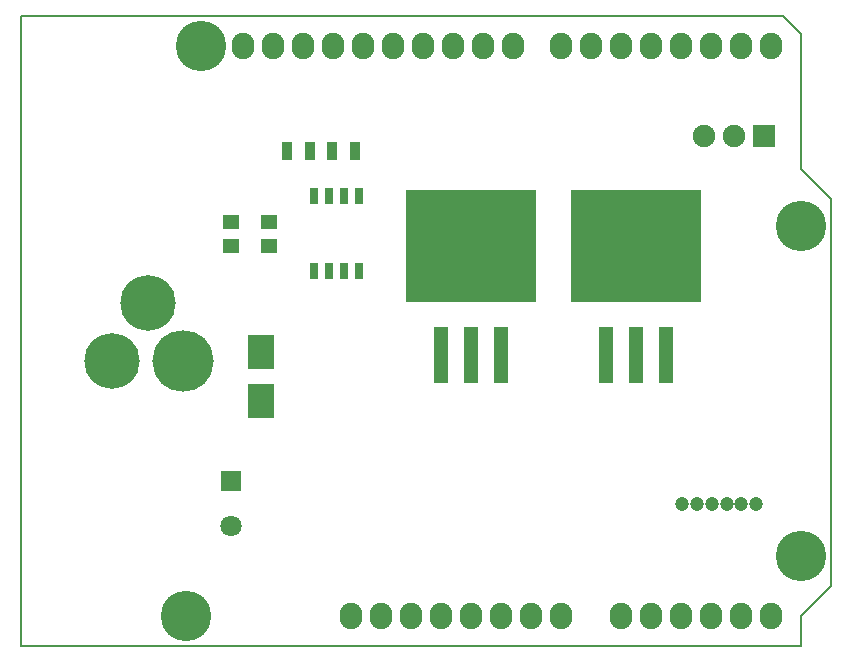
<source format=gts>
G04 #@! TF.FileFunction,Soldermask,Top*
%FSLAX46Y46*%
G04 Gerber Fmt 4.6, Leading zero omitted, Abs format (unit mm)*
G04 Created by KiCad (PCBNEW 4.0.6+dfsg1-1) date Mon Oct 16 00:40:44 2017*
%MOMM*%
%LPD*%
G01*
G04 APERTURE LIST*
%ADD10C,0.100000*%
%ADD11C,0.150000*%
%ADD12O,1.930400X2.235200*%
%ADD13C,4.267200*%
%ADD14R,1.453200X1.203200*%
%ADD15R,1.803200X1.803200*%
%ADD16C,1.803200*%
%ADD17R,2.233200X2.853200*%
%ADD18C,5.203200*%
%ADD19C,4.703200*%
%ADD20R,1.903200X1.903200*%
%ADD21O,1.903200X1.903200*%
%ADD22C,1.203200*%
%ADD23R,1.303200X4.803200*%
%ADD24R,11.003200X9.603200*%
%ADD25R,0.903200X1.503200*%
%ADD26R,0.711200X1.346200*%
G04 APERTURE END LIST*
D10*
D11*
X177038000Y-74549000D02*
X175514000Y-73025000D01*
X177038000Y-85979000D02*
X177038000Y-74549000D01*
X179578000Y-88519000D02*
X177038000Y-85979000D01*
X179578000Y-121285000D02*
X179578000Y-88519000D01*
X177038000Y-123825000D02*
X179578000Y-121285000D01*
X177038000Y-126365000D02*
X177038000Y-123825000D01*
X110998000Y-126365000D02*
X177038000Y-126365000D01*
X110998000Y-73025000D02*
X110998000Y-126365000D01*
X175514000Y-73025000D02*
X110998000Y-73025000D01*
D12*
X138938000Y-123825000D03*
X141478000Y-123825000D03*
X144018000Y-123825000D03*
X146558000Y-123825000D03*
X149098000Y-123825000D03*
X151638000Y-123825000D03*
X154178000Y-123825000D03*
X156718000Y-123825000D03*
X161798000Y-123825000D03*
X164338000Y-123825000D03*
X166878000Y-123825000D03*
X169418000Y-123825000D03*
X171958000Y-123825000D03*
X174498000Y-123825000D03*
X129794000Y-75565000D03*
X132334000Y-75565000D03*
X134874000Y-75565000D03*
X137414000Y-75565000D03*
X139954000Y-75565000D03*
X142494000Y-75565000D03*
X145034000Y-75565000D03*
X147574000Y-75565000D03*
X150114000Y-75565000D03*
X152654000Y-75565000D03*
X156718000Y-75565000D03*
X159258000Y-75565000D03*
X161798000Y-75565000D03*
X164338000Y-75565000D03*
X166878000Y-75565000D03*
X169418000Y-75565000D03*
X171958000Y-75565000D03*
X174498000Y-75565000D03*
D13*
X124968000Y-123825000D03*
X177038000Y-118745000D03*
X126238000Y-75565000D03*
X177038000Y-90805000D03*
D14*
X131953000Y-92440000D03*
X131953000Y-90440000D03*
X128778000Y-92440000D03*
X128778000Y-90440000D03*
D15*
X128778000Y-112395000D03*
D16*
X128778000Y-116195000D03*
D17*
X131318000Y-105595000D03*
X131318000Y-101415000D03*
D18*
X124698000Y-102235000D03*
D19*
X121748000Y-97335000D03*
X118698000Y-102235000D03*
D20*
X173863000Y-83185000D03*
D21*
X171323000Y-83185000D03*
X168783000Y-83185000D03*
D22*
X173228000Y-114300000D03*
X171978000Y-114300000D03*
X170728000Y-114300000D03*
X169478000Y-114300000D03*
X168228000Y-114300000D03*
X166978000Y-114300000D03*
D23*
X146558000Y-101660000D03*
X149098000Y-101660000D03*
X151638000Y-101660000D03*
D24*
X149098000Y-92510000D03*
D23*
X160528000Y-101660000D03*
X163068000Y-101660000D03*
X165608000Y-101660000D03*
D24*
X163068000Y-92510000D03*
D25*
X139253000Y-84455000D03*
X137353000Y-84455000D03*
X135443000Y-84455000D03*
X133543000Y-84455000D03*
D26*
X139573000Y-94615000D03*
X138303000Y-94615000D03*
X137033000Y-94615000D03*
X135763000Y-94615000D03*
X135763000Y-88265000D03*
X137033000Y-88265000D03*
X138303000Y-88265000D03*
X139573000Y-88265000D03*
M02*

</source>
